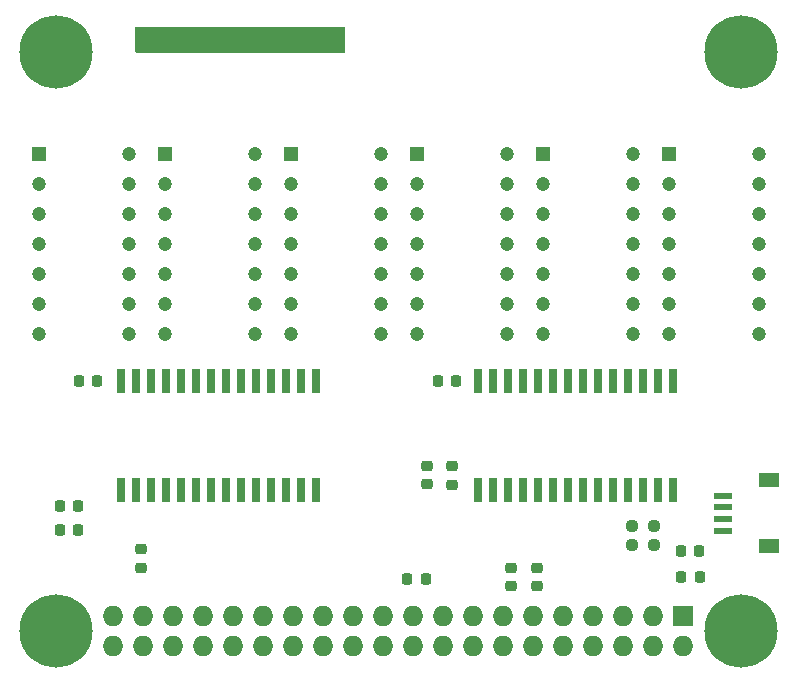
<source format=gts>
%TF.GenerationSoftware,KiCad,Pcbnew,7.0.5*%
%TF.CreationDate,2023-07-27T22:46:49+03:00*%
%TF.ProjectId,ltp_kikad,6c74705f-6b69-46b6-9164-2e6b69636164,rev?*%
%TF.SameCoordinates,Original*%
%TF.FileFunction,Soldermask,Top*%
%TF.FilePolarity,Negative*%
%FSLAX46Y46*%
G04 Gerber Fmt 4.6, Leading zero omitted, Abs format (unit mm)*
G04 Created by KiCad (PCBNEW 7.0.5) date 2023-07-27 22:46:49*
%MOMM*%
%LPD*%
G01*
G04 APERTURE LIST*
G04 Aperture macros list*
%AMRoundRect*
0 Rectangle with rounded corners*
0 $1 Rounding radius*
0 $2 $3 $4 $5 $6 $7 $8 $9 X,Y pos of 4 corners*
0 Add a 4 corners polygon primitive as box body*
4,1,4,$2,$3,$4,$5,$6,$7,$8,$9,$2,$3,0*
0 Add four circle primitives for the rounded corners*
1,1,$1+$1,$2,$3*
1,1,$1+$1,$4,$5*
1,1,$1+$1,$6,$7*
1,1,$1+$1,$8,$9*
0 Add four rect primitives between the rounded corners*
20,1,$1+$1,$2,$3,$4,$5,0*
20,1,$1+$1,$4,$5,$6,$7,0*
20,1,$1+$1,$6,$7,$8,$9,0*
20,1,$1+$1,$8,$9,$2,$3,0*%
G04 Aperture macros list end*
%ADD10O,1.727200X1.727200*%
%ADD11R,1.727200X1.727200*%
%ADD12R,1.200000X1.200000*%
%ADD13C,1.200000*%
%ADD14RoundRect,0.225000X-0.225000X-0.250000X0.225000X-0.250000X0.225000X0.250000X-0.225000X0.250000X0*%
%ADD15R,1.550000X0.600000*%
%ADD16R,1.800000X1.200000*%
%ADD17RoundRect,0.225000X0.250000X-0.225000X0.250000X0.225000X-0.250000X0.225000X-0.250000X-0.225000X0*%
%ADD18RoundRect,0.225000X-0.250000X0.225000X-0.250000X-0.225000X0.250000X-0.225000X0.250000X0.225000X0*%
%ADD19RoundRect,0.225000X0.225000X0.250000X-0.225000X0.250000X-0.225000X-0.250000X0.225000X-0.250000X0*%
%ADD20C,6.200000*%
%ADD21R,0.650000X2.100000*%
%ADD22RoundRect,0.237500X-0.250000X-0.237500X0.250000X-0.237500X0.250000X0.237500X-0.250000X0.237500X0*%
G04 APERTURE END LIST*
D10*
%TO.C,J2*%
X127320000Y-106840000D03*
X127320000Y-104300000D03*
X129860000Y-106840000D03*
X129860000Y-104300000D03*
X132400000Y-106840000D03*
X132400000Y-104300000D03*
X134940000Y-106840000D03*
X134940000Y-104300000D03*
X137480000Y-106840000D03*
X137480000Y-104300000D03*
X140020000Y-106840000D03*
X140020000Y-104300000D03*
X142560000Y-106840000D03*
X142560000Y-104300000D03*
X145100000Y-106840000D03*
X145100000Y-104300000D03*
X147640000Y-106840000D03*
X147640000Y-104300000D03*
X150180000Y-106840000D03*
X150180000Y-104300000D03*
X152720000Y-106840000D03*
X152720000Y-104300000D03*
X155260000Y-106840000D03*
X155260000Y-104300000D03*
X157800000Y-106840000D03*
X157800000Y-104300000D03*
X160340000Y-106840000D03*
X160340000Y-104300000D03*
X162880000Y-106840000D03*
X162880000Y-104300000D03*
X165420000Y-106840000D03*
X165420000Y-104300000D03*
X167960000Y-106840000D03*
X167960000Y-104300000D03*
X170500000Y-106840000D03*
X170500000Y-104300000D03*
X173040000Y-106840000D03*
X173040000Y-104300000D03*
X175580000Y-106840000D03*
D11*
X175580000Y-104300000D03*
%TD*%
D12*
%TO.C,DS6*%
X174407900Y-65151000D03*
D13*
X174407900Y-67691000D03*
X174407900Y-70231000D03*
X174407900Y-72771000D03*
X174407900Y-75311000D03*
X174407900Y-77851000D03*
X174407900Y-80391000D03*
X182027900Y-80391000D03*
X182027900Y-77851000D03*
X182027900Y-75311000D03*
X182027900Y-72771000D03*
X182027900Y-70231000D03*
X182027900Y-67691000D03*
X182027900Y-65151000D03*
%TD*%
D12*
%TO.C,DS3*%
X142403900Y-65148600D03*
D13*
X142403900Y-67688600D03*
X142403900Y-70228600D03*
X142403900Y-72768600D03*
X142403900Y-75308600D03*
X142403900Y-77848600D03*
X142403900Y-80388600D03*
X150023900Y-80388600D03*
X150023900Y-77848600D03*
X150023900Y-75308600D03*
X150023900Y-72768600D03*
X150023900Y-70228600D03*
X150023900Y-67688600D03*
X150023900Y-65148600D03*
%TD*%
D14*
%TO.C,C11*%
X175437000Y-101000000D03*
X176987000Y-101000000D03*
%TD*%
D15*
%TO.C,J1*%
X178987000Y-97100000D03*
X178987000Y-96100000D03*
X178987000Y-95100000D03*
X178987000Y-94100000D03*
D16*
X182862000Y-98400000D03*
X182862000Y-92800000D03*
%TD*%
D17*
%TO.C,C9*%
X160987000Y-101750000D03*
X160987000Y-100200000D03*
%TD*%
D18*
%TO.C,C7*%
X156037000Y-91615000D03*
X156037000Y-93165000D03*
%TD*%
D19*
%TO.C,C5*%
X124362000Y-97000000D03*
X122812000Y-97000000D03*
%TD*%
D20*
%TO.C,*%
X122466800Y-105572200D03*
%TD*%
D19*
%TO.C,C13*%
X125962000Y-84400000D03*
X124412000Y-84400000D03*
%TD*%
D21*
%TO.C,IC1*%
X127988900Y-93661600D03*
X129258900Y-93661600D03*
X130528900Y-93661600D03*
X131798900Y-93661600D03*
X133068900Y-93661600D03*
X134338900Y-93661600D03*
X135608900Y-93661600D03*
X136878900Y-93661600D03*
X138148900Y-93661600D03*
X139418900Y-93661600D03*
X140688900Y-93661600D03*
X141958900Y-93661600D03*
X143228900Y-93661600D03*
X144498900Y-93661600D03*
X144498900Y-84361600D03*
X143228900Y-84361600D03*
X141958900Y-84361600D03*
X140688900Y-84361600D03*
X139418900Y-84361600D03*
X138148900Y-84361600D03*
X136878900Y-84361600D03*
X135608900Y-84361600D03*
X134338900Y-84361600D03*
X133068900Y-84361600D03*
X131798900Y-84361600D03*
X130528900Y-84361600D03*
X129258900Y-84361600D03*
X127988900Y-84361600D03*
%TD*%
D18*
%TO.C,C2*%
X153913900Y-91586600D03*
X153913900Y-93136600D03*
%TD*%
D20*
%TO.C,*%
X180466800Y-56572200D03*
%TD*%
D22*
%TO.C,R1*%
X171274500Y-98300000D03*
X173099500Y-98300000D03*
%TD*%
D12*
%TO.C,DS5*%
X163739900Y-65148600D03*
D13*
X163739900Y-67688600D03*
X163739900Y-70228600D03*
X163739900Y-72768600D03*
X163739900Y-75308600D03*
X163739900Y-77848600D03*
X163739900Y-80388600D03*
X171359900Y-80388600D03*
X171359900Y-77848600D03*
X171359900Y-75308600D03*
X171359900Y-72768600D03*
X171359900Y-70228600D03*
X171359900Y-67688600D03*
X171359900Y-65148600D03*
%TD*%
D20*
%TO.C,*%
X180466800Y-105572200D03*
%TD*%
D12*
%TO.C,DS2*%
X131735900Y-65148600D03*
D13*
X131735900Y-67688600D03*
X131735900Y-70228600D03*
X131735900Y-72768600D03*
X131735900Y-75308600D03*
X131735900Y-77848600D03*
X131735900Y-80388600D03*
X139355900Y-80388600D03*
X139355900Y-77848600D03*
X139355900Y-75308600D03*
X139355900Y-72768600D03*
X139355900Y-70228600D03*
X139355900Y-67688600D03*
X139355900Y-65148600D03*
%TD*%
D12*
%TO.C,DS1*%
X121067900Y-65148600D03*
D13*
X121067900Y-67688600D03*
X121067900Y-70228600D03*
X121067900Y-72768600D03*
X121067900Y-75308600D03*
X121067900Y-77848600D03*
X121067900Y-80388600D03*
X128687900Y-80388600D03*
X128687900Y-77848600D03*
X128687900Y-75308600D03*
X128687900Y-72768600D03*
X128687900Y-70228600D03*
X128687900Y-67688600D03*
X128687900Y-65148600D03*
%TD*%
D20*
%TO.C,*%
X122466800Y-56572200D03*
%TD*%
D14*
%TO.C,C1*%
X122812000Y-95000000D03*
X124362000Y-95000000D03*
%TD*%
%TO.C,C17*%
X152237000Y-101200000D03*
X153787000Y-101200000D03*
%TD*%
D18*
%TO.C,C6*%
X129703900Y-98663600D03*
X129703900Y-100213600D03*
%TD*%
D14*
%TO.C,C8*%
X175412000Y-98800000D03*
X176962000Y-98800000D03*
%TD*%
D12*
%TO.C,DS4*%
X153071900Y-65148600D03*
D13*
X153071900Y-67688600D03*
X153071900Y-70228600D03*
X153071900Y-72768600D03*
X153071900Y-75308600D03*
X153071900Y-77848600D03*
X153071900Y-80388600D03*
X160691900Y-80388600D03*
X160691900Y-77848600D03*
X160691900Y-75308600D03*
X160691900Y-72768600D03*
X160691900Y-70228600D03*
X160691900Y-67688600D03*
X160691900Y-65148600D03*
%TD*%
D19*
%TO.C,C12*%
X156362000Y-84400000D03*
X154812000Y-84400000D03*
%TD*%
D22*
%TO.C,R3*%
X171274500Y-96700000D03*
X173099500Y-96700000D03*
%TD*%
D21*
%TO.C,IC2*%
X158258900Y-93661600D03*
X159528900Y-93661600D03*
X160798900Y-93661600D03*
X162068900Y-93661600D03*
X163338900Y-93661600D03*
X164608900Y-93661600D03*
X165878900Y-93661600D03*
X167148900Y-93661600D03*
X168418900Y-93661600D03*
X169688900Y-93661600D03*
X170958900Y-93661600D03*
X172228900Y-93661600D03*
X173498900Y-93661600D03*
X174768900Y-93661600D03*
X174768900Y-84361600D03*
X173498900Y-84361600D03*
X172228900Y-84361600D03*
X170958900Y-84361600D03*
X169688900Y-84361600D03*
X168418900Y-84361600D03*
X167148900Y-84361600D03*
X165878900Y-84361600D03*
X164608900Y-84361600D03*
X163338900Y-84361600D03*
X162068900Y-84361600D03*
X160798900Y-84361600D03*
X159528900Y-84361600D03*
X158258900Y-84361600D03*
%TD*%
D17*
%TO.C,C10*%
X163187000Y-101750000D03*
X163187000Y-100200000D03*
%TD*%
G36*
X146930039Y-54419685D02*
G01*
X146975794Y-54472489D01*
X146987000Y-54524000D01*
X146987000Y-56476000D01*
X146967315Y-56543039D01*
X146914511Y-56588794D01*
X146863000Y-56600000D01*
X129311000Y-56600000D01*
X129243961Y-56580315D01*
X129198206Y-56527511D01*
X129187000Y-56476000D01*
X129187000Y-54524000D01*
X129206685Y-54456961D01*
X129259489Y-54411206D01*
X129311000Y-54400000D01*
X146863000Y-54400000D01*
X146930039Y-54419685D01*
G37*
M02*

</source>
